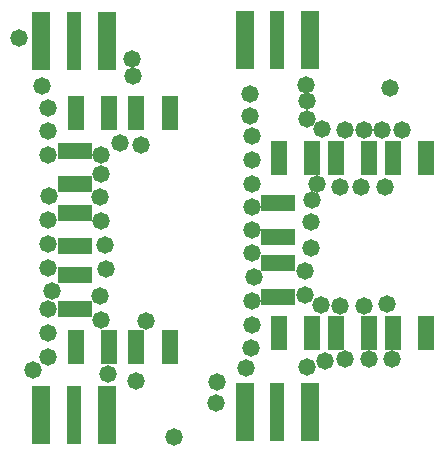
<source format=gbr>
%TF.GenerationSoftware,Altium Limited,Altium Designer,20.0.10 (225)*%
G04 Layer_Color=8388736*
%FSLAX26Y26*%
%MOIN*%
%TF.FileFunction,Soldermask,Top*%
%TF.Part,CustomerPanel*%
G01*
G75*
%TA.AperFunction,SMDPad,CuDef*%
%ADD10R,0.047244X0.196850*%
%ADD11R,0.062992X0.196850*%
%TA.AperFunction,ViaPad*%
%ADD17C,0.058000*%
%TA.AperFunction,SMDPad,CuDef*%
%ADD20R,0.057213X0.114299*%
%ADD21R,0.114299X0.057213*%
D10*
X3305650Y3353189D02*
D03*
Y4592559D02*
D03*
X2627894Y4590591D02*
D03*
Y3343347D02*
D03*
D11*
X3414705Y3353189D02*
D03*
X3196595D02*
D03*
X3414705Y4592559D02*
D03*
X3196595D02*
D03*
X2736949Y4590591D02*
D03*
X2518839D02*
D03*
Y3343347D02*
D03*
X2736949D02*
D03*
D17*
X3400000Y4444016D02*
D03*
X3405000Y4389016D02*
D03*
X3215000Y4414016D02*
D03*
X3221374Y4193958D02*
D03*
X3221390Y4273486D02*
D03*
X3215000Y4339016D02*
D03*
X3405000Y4329016D02*
D03*
X3437563Y4112756D02*
D03*
X3680000Y4434016D02*
D03*
X3665000Y4104016D02*
D03*
X3221083Y3960108D02*
D03*
X3585000Y4104016D02*
D03*
X3515000D02*
D03*
X3217382Y3565090D02*
D03*
X3405000Y3504016D02*
D03*
X3100000Y3384016D02*
D03*
X3105000Y3454016D02*
D03*
X3594022Y3706207D02*
D03*
X3514494D02*
D03*
X3530069Y3530085D02*
D03*
X3609593Y3529304D02*
D03*
X3689120D02*
D03*
X3670000Y3714016D02*
D03*
X3655000Y4294016D02*
D03*
X3595000D02*
D03*
X3530672Y4294282D02*
D03*
X3720000Y4294016D02*
D03*
X3454254Y4298192D02*
D03*
X3221260Y4114431D02*
D03*
X3220781Y4034905D02*
D03*
X3221796Y3882434D02*
D03*
X3229057Y3803238D02*
D03*
X3220781Y3724142D02*
D03*
X3221390Y3644617D02*
D03*
X3200000Y3499016D02*
D03*
X3465000Y3524016D02*
D03*
X3450000Y3709016D02*
D03*
X3397684Y3743961D02*
D03*
X3397417Y3823488D02*
D03*
X3416787Y3900646D02*
D03*
X3419192Y3985761D02*
D03*
X3422292Y4060979D02*
D03*
X2820551Y4528543D02*
D03*
X2445551Y4598543D02*
D03*
X2520551Y4438543D02*
D03*
X2490551Y3493543D02*
D03*
X2741457Y3478627D02*
D03*
X2850551Y4243543D02*
D03*
X2825551Y4473543D02*
D03*
X2835004Y3454902D02*
D03*
X2868747Y3655792D02*
D03*
X2545704Y4072899D02*
D03*
X2542100Y3993454D02*
D03*
Y3913926D02*
D03*
X2542177Y3834398D02*
D03*
X2556171Y3756112D02*
D03*
X2735551Y3828543D02*
D03*
X2730551Y3908543D02*
D03*
X2718542Y3989039D02*
D03*
X2712878Y4068365D02*
D03*
X2717140Y4147778D02*
D03*
X2542100Y3696453D02*
D03*
X2542709Y3616928D02*
D03*
X2539520Y3537464D02*
D03*
X2719457Y3659052D02*
D03*
X2714348Y3738415D02*
D03*
X2539520Y4367766D02*
D03*
X2542709Y4288302D02*
D03*
X2542100Y4208777D02*
D03*
X2719003Y4208892D02*
D03*
X2960551Y3268543D02*
D03*
X2780551Y4248543D02*
D03*
D20*
X3689532Y4200905D02*
D03*
X3801736D02*
D03*
X3499532D02*
D03*
X3611736D02*
D03*
X3310634D02*
D03*
X3422839D02*
D03*
X3689532Y3617756D02*
D03*
X3801736D02*
D03*
X3499532D02*
D03*
X3611736D02*
D03*
X3310634D02*
D03*
X3422839D02*
D03*
X2835004Y3568543D02*
D03*
X2947209D02*
D03*
X2632878D02*
D03*
X2745083D02*
D03*
X2835004Y4348543D02*
D03*
X2947209D02*
D03*
X2632878D02*
D03*
X2745083D02*
D03*
D21*
X3309232Y4048661D02*
D03*
Y3936457D02*
D03*
Y3850118D02*
D03*
Y3737913D02*
D03*
X2630551Y3808543D02*
D03*
Y3696339D02*
D03*
Y4017146D02*
D03*
Y3904941D02*
D03*
Y4224646D02*
D03*
Y4112441D02*
D03*
%TF.MD5,462bdb69797c28fccbce4876e13afcf0*%
M02*

</source>
